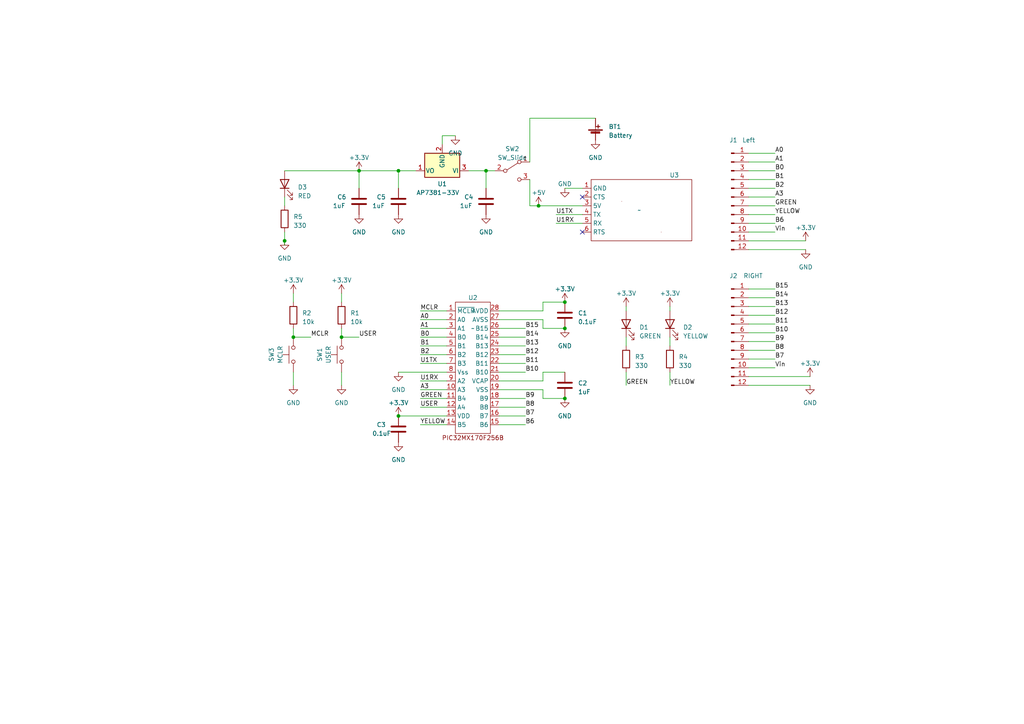
<source format=kicad_sch>
(kicad_sch (version 20230121) (generator eeschema)
  (paper "A4")
  (title_block (title "PIC32 PCB") (date "2023-04-11") (rev "v01") (comment 1 "Author: Julian"))
  (lib_symbols
    (symbol "Connector:Conn_01x12_Pin" (pin_names (offset 1.016) hide)
      (property "Reference" "J" (at 0 15.24 0))
      (property "Value" "Conn_01x12_Pin" (at 0 -17.78 0))
      (symbol "Conn_01x12_Pin_1_1"
        (polyline (pts (xy 1.27 -15.24) (xy 0.8636 -15.24)) (stroke (width 0.1524)))
        (polyline (pts (xy 1.27 -12.7) (xy 0.8636 -12.7)) (stroke (width 0.1524)))
        (polyline (pts (xy 1.27 -10.16) (xy 0.8636 -10.16)) (stroke (width 0.1524)))
        (polyline (pts (xy 1.27 -7.62) (xy 0.8636 -7.62)) (stroke (width 0.1524)))
        (polyline (pts (xy 1.27 -5.08) (xy 0.8636 -5.08)) (stroke (width 0.1524)))
        (polyline (pts (xy 1.27 -2.54) (xy 0.8636 -2.54)) (stroke (width 0.1524)))
        (polyline (pts (xy 1.27 0) (xy 0.8636 0)) (stroke (width 0.1524)))
        (polyline (pts (xy 1.27 2.54) (xy 0.8636 2.54)) (stroke (width 0.1524)))
        (polyline (pts (xy 1.27 5.08) (xy 0.8636 5.08)) (stroke (width 0.1524)))
        (polyline (pts (xy 1.27 7.62) (xy 0.8636 7.62)) (stroke (width 0.1524)))
        (polyline (pts (xy 1.27 10.16) (xy 0.8636 10.16)) (stroke (width 0.1524)))
        (polyline (pts (xy 1.27 12.7) (xy 0.8636 12.7)) (stroke (width 0.1524)))
        (rectangle (start 0.8636 -15.113) (end 0 -15.367) (stroke (width 0.1524)) (fill (type outline)))
        (rectangle (start 0.8636 -12.573) (end 0 -12.827) (stroke (width 0.1524)) (fill (type outline)))
        (rectangle (start 0.8636 -10.033) (end 0 -10.287) (stroke (width 0.1524)) (fill (type outline)))
        (rectangle (start 0.8636 -7.493) (end 0 -7.747) (stroke (width 0.1524)) (fill (type outline)))
        (rectangle (start 0.8636 -4.953) (end 0 -5.207) (stroke (width 0.1524)) (fill (type outline)))
        (rectangle (start 0.8636 -2.413) (end 0 -2.667) (stroke (width 0.1524)) (fill (type outline)))
        (rectangle (start 0.8636 0.127) (end 0 -0.127) (stroke (width 0.1524)) (fill (type outline)))
        (rectangle (start 0.8636 2.667) (end 0 2.413) (stroke (width 0.1524)) (fill (type outline)))
        (rectangle (start 0.8636 5.207) (end 0 4.953) (stroke (width 0.1524)) (fill (type outline)))
        (rectangle (start 0.8636 7.747) (end 0 7.493) (stroke (width 0.1524)) (fill (type outline)))
        (rectangle (start 0.8636 10.287) (end 0 10.033) (stroke (width 0.1524)) (fill (type outline)))
        (rectangle (start 0.8636 12.827) (end 0 12.573) (stroke (width 0.1524)) (fill (type outline)))
        (pin passive line (at 5.08 12.7 180) (length 3.81) (name "Pin_1") (number "1"))
        (pin passive line (at 5.08 -10.16 180) (length 3.81) (name "Pin_10") (number "10"))
        (pin passive line (at 5.08 -12.7 180) (length 3.81) (name "Pin_11") (number "11"))
        (pin passive line (at 5.08 -15.24 180) (length 3.81) (name "Pin_12") (number "12"))
        (pin passive line (at 5.08 10.16 180) (length 3.81) (name "Pin_2") (number "2"))
        (pin passive line (at 5.08 7.62 180) (length 3.81) (name "Pin_3") (number "3"))
        (pin passive line (at 5.08 5.08 180) (length 3.81) (name "Pin_4") (number "4"))
        (pin passive line (at 5.08 2.54 180) (length 3.81) (name "Pin_5") (number "5"))
        (pin passive line (at 5.08 0 180) (length 3.81) (name "Pin_6") (number "6"))
        (pin passive line (at 5.08 -2.54 180) (length 3.81) (name "Pin_7") (number "7"))
        (pin passive line (at 5.08 -5.08 180) (length 3.81) (name "Pin_8") (number "8"))
        (pin passive line (at 5.08 -7.62 180) (length 3.81) (name "Pin_9") (number "9"))
      )
    )
    (symbol "hw4-2:+3.3V" (power) (pin_names (offset 0))
      (property "Value" "+3.3V" (at 0 3.556 0))
      (symbol "+3.3V_0_1"
        (polyline (pts (xy -0.762 1.27) (xy 0 2.54)))
        (polyline (pts (xy 0 0) (xy 0 2.54)))
        (polyline (pts (xy 0 2.54) (xy 0.762 1.27)))
      )
      (symbol "+3.3V_1_1"
        (pin power_in line (at 0 0 90) (length 0) hide (name "+3.3V") (number "1"))
      )
    )
    (symbol "hw4-2:AP7381-33V" (pin_names (offset 0.254))
      (property "Reference" "U" (at -3.81 3.175 0))
      (property "Value" "AP7381-33V" (at 2.54 3.81 0))
      (symbol "AP7381-33V_0_1"
        (rectangle (start -5.08 1.905) (end 5.08 -5.08) (stroke (width 0.254)) (fill (type background)))
      )
      (symbol "AP7381-33V_1_1"
        (pin power_out line (at 7.62 0 180) (length 2.54) (name "VO") (number "1"))
        (pin power_in line (at 0 -7.62 90) (length 2.54) (name "GND") (number "2"))
        (pin power_in line (at -7.62 0 0) (length 2.54) (name "VI") (number "3"))
      )
    )
    (symbol "hw4-2:Battery" (pin_numbers hide) (pin_names (offset 0) hide)
      (property "Reference" "BT" (at 2.54 2.54 0))
      (property "Value" "Battery" (at 2.54 0 0))
      (symbol "Battery_0_1"
        (rectangle (start -2.032 1.778) (end 2.032 1.524) (fill (type outline)))
        (rectangle (start -1.3208 1.1938) (end 1.27 0.6858) (fill (type outline)))
        (polyline (pts (xy 0 1.778) (xy 0 2.54)))
        (polyline (pts (xy 0.254 2.667) (xy 1.27 2.667)) (stroke (width 0.254)))
        (polyline (pts (xy 0.762 3.175) (xy 0.762 2.159)) (stroke (width 0.254)))
      )
      (symbol "Battery_1_1"
        (pin passive line (at 0 5.08 270) (length 2.54) (name "+") (number "1"))
        (pin passive line (at 0 -1.27 90) (length 2.54) (name "-") (number "2"))
      )
    )
    (symbol "hw4-2:C" (pin_numbers hide) (pin_names (offset 0.254))
      (property "Reference" "C" (at 0.635 2.54 0))
      (property "Value" "C" (at 0.635 -2.54 0))
      (symbol "C_0_1"
        (polyline (pts (xy -2.032 -0.762) (xy 2.032 -0.762)) (stroke (width 0.508)))
        (polyline (pts (xy -2.032 0.762) (xy 2.032 0.762)) (stroke (width 0.508)))
      )
      (symbol "C_1_1"
        (pin passive line (at 0 3.81 270) (length 2.794) (name "~") (number "1"))
        (pin passive line (at 0 -3.81 90) (length 2.794) (name "~") (number "2"))
      )
    )
    (symbol "hw4-2:CP2102N"
      (property "Reference" "U3" (at 10.16 10.16 0))
      (property "Value" "~" (at 0 0 0))
      (symbol "CP2102N_0_1"
        (rectangle (start -5.08 2.54) (end -5.08 2.54))
        (rectangle (start 6.35 -6.35) (end 6.35 -6.35))
      )
      (symbol "CP2102N_1_1"
        (rectangle (start -13.97 8.89) (end 15.24 -8.89))
        (rectangle (start -13.97 11.43) (end 15.24 -6.35) (stroke (width -0.0001)))
        (pin power_in line (at -16.51 6.35 0) (length 2.54) (name "GND") (number "1"))
        (pin input line (at -16.51 3.81 0) (length 2.54) (name "CTS") (number "2"))
        (pin power_in line (at -16.51 1.27 0) (length 2.54) (name "5V") (number "3"))
        (pin input line (at -16.51 -1.27 0) (length 2.54) (name "TX") (number "4"))
        (pin output line (at -16.51 -3.81 0) (length 2.54) (name "RX") (number "5"))
        (pin output line (at -16.51 -6.35 0) (length 2.54) (name "RTS") (number "6"))
      )
    )
    (symbol "hw4-2:GND" (power) (pin_names (offset 0))
      (property "Value" "GND" (at 0 -3.81 0))
      (symbol "GND_0_1"
        (polyline (pts (xy 0 0) (xy 0 -1.27) (xy 1.27 -1.27) (xy 0 -2.54) (xy -1.27 -1.27) (xy 0 -1.27)))
      )
      (symbol "GND_1_1"
        (pin power_in line (at 0 0 270) (length 0) hide (name "GND") (number "1"))
      )
    )
    (symbol "hw4-2:LED" (pin_numbers hide) (pin_names (offset 1.016) hide)
      (property "Reference" "D" (at 0 2.54 0))
      (property "Value" "LED" (at 0 -2.54 0))
      (symbol "LED_0_1"
        (polyline (pts (xy -1.27 -1.27) (xy -1.27 1.27)) (stroke (width 0.254)))
        (polyline (pts (xy -1.27 0) (xy 1.27 0)))
        (polyline (pts (xy 1.27 -1.27) (xy 1.27 1.27) (xy -1.27 0) (xy 1.27 -1.27)) (stroke (width 0.254)))
        (polyline (pts (xy -3.048 -0.762) (xy -4.572 -2.286) (xy -3.81 -2.286) (xy -4.572 -2.286) (xy -4.572 -1.524)))
        (polyline (pts (xy -1.778 -0.762) (xy -3.302 -2.286) (xy -2.54 -2.286) (xy -3.302 -2.286) (xy -3.302 -1.524)))
      )
      (symbol "LED_1_1"
        (pin passive line (at -3.81 0 0) (length 2.54) (name "K") (number "1"))
        (pin passive line (at 3.81 0 180) (length 2.54) (name "A") (number "2"))
      )
    )
    (symbol "hw4-2:PIC32MX170F256B"
      (property "Reference" "U" (at 5.08 8.89 0))
      (symbol "PIC32MX170F256B_0_1"
        (rectangle (start -5.08 7.62) (end 5.08 -30.48))
      )
      (symbol "PIC32MX170F256B_1_1"
        (text "PIC32MX170F256B\n" (at 0 -31.75 0) (effects (font (size 1.27 1.27))))
        (pin power_in line (at -7.62 5.08 0) (length 2.54) (name "~{MCLR}") (number "1"))
        (pin bidirectional line (at -7.62 -17.78 0) (length 2.54) (name "A3") (number "10"))
        (pin bidirectional line (at -7.62 -20.32 0) (length 2.54) (name "B4") (number "11"))
        (pin bidirectional line (at -7.62 -22.86 0) (length 2.54) (name "A4") (number "12"))
        (pin power_in line (at -7.62 -25.4 0) (length 2.54) (name "VDD") (number "13"))
        (pin bidirectional line (at -7.62 -27.94 0) (length 2.54) (name "B5") (number "14"))
        (pin bidirectional line (at 7.62 -27.94 180) (length 2.54) (name "B6") (number "15"))
        (pin bidirectional line (at 7.62 -25.4 180) (length 2.54) (name "B7") (number "16"))
        (pin bidirectional line (at 7.62 -22.86 180) (length 2.54) (name "B8") (number "17"))
        (pin bidirectional line (at 7.62 -20.32 180) (length 2.54) (name "B9") (number "18"))
        (pin power_in line (at 7.62 -17.78 180) (length 2.54) (name "VSS") (number "19"))
        (pin bidirectional line (at -7.62 2.54 0) (length 2.54) (name "A0") (number "2"))
        (pin power_in line (at 7.62 -15.24 180) (length 2.54) (name "VCAP") (number "20"))
        (pin bidirectional line (at 7.62 -12.7 180) (length 2.54) (name "B10") (number "21"))
        (pin bidirectional line (at 7.62 -10.16 180) (length 2.54) (name "B11") (number "22"))
        (pin bidirectional line (at 7.62 -7.62 180) (length 2.54) (name "B12") (number "23"))
        (pin bidirectional line (at 7.62 -5.08 180) (length 2.54) (name "B13") (number "24"))
        (pin bidirectional line (at 7.62 -2.54 180) (length 2.54) (name "B14") (number "25"))
        (pin bidirectional line (at 7.62 0 180) (length 2.54) (name "B15") (number "26"))
        (pin power_in line (at 7.62 2.54 180) (length 2.54) (name "AVSS") (number "27"))
        (pin power_in line (at 7.62 5.08 180) (length 2.54) (name "AVDD") (number "28"))
        (pin bidirectional line (at -7.62 0 0) (length 2.54) (name "A1") (number "3"))
        (pin bidirectional line (at -7.62 -2.54 0) (length 2.54) (name "B0") (number "4"))
        (pin bidirectional line (at -7.62 -5.08 0) (length 2.54) (name "B1") (number "5"))
        (pin bidirectional line (at -7.62 -7.62 0) (length 2.54) (name "B2") (number "6"))
        (pin bidirectional line (at -7.62 -10.16 0) (length 2.54) (name "B3") (number "7"))
        (pin power_in line (at -7.62 -12.7 0) (length 2.54) (name "Vss") (number "8"))
        (pin bidirectional line (at -7.62 -15.24 0) (length 2.54) (name "A2") (number "9"))
      )
    )
    (symbol "hw4-2:R" (pin_numbers hide) (pin_names (offset 0))
      (property "Reference" "R" (at 2.032 0 90))
      (property "Value" "R" (at 0 0 90))
      (symbol "R_0_1"
        (rectangle (start -1.016 -2.54) (end 1.016 2.54) (stroke (width 0.254)))
      )
      (symbol "R_1_1"
        (pin passive line (at 0 3.81 270) (length 1.27) (name "~") (number "1"))
        (pin passive line (at 0 -3.81 90) (length 1.27) (name "~") (number "2"))
      )
    )
    (symbol "hw4-2:SW_Push" (pin_numbers hide) (pin_names (offset 1.016) hide)
      (property "Reference" "SW" (at 1.27 2.54 0))
      (property "Value" "SW_Push" (at 0 -1.524 0))
      (symbol "SW_Push_0_1"
        (circle (center -2.032 0) (radius 0.508))
        (polyline (pts (xy 0 1.27) (xy 0 3.048)))
        (polyline (pts (xy 2.54 1.27) (xy -2.54 1.27)))
        (circle (center 2.032 0) (radius 0.508))
        (pin passive line (at -5.08 0 0) (length 2.54) (name "1") (number "1"))
        (pin passive line (at 5.08 0 180) (length 2.54) (name "2") (number "2"))
      )
    )
    (symbol "hw4-2:SW_SPDT" (pin_names (offset 0) hide)
      (property "Reference" "SW" (at 0 4.318 0))
      (property "Value" "SW_SPDT" (at 0 -5.08 0))
      (symbol "SW_SPDT_0_0"
        (circle (center -2.032 0) (radius 0.508))
        (circle (center 2.032 -2.54) (radius 0.508))
      )
      (symbol "SW_SPDT_0_1"
        (polyline (pts (xy -1.524 0.254) (xy 1.651 2.286)))
        (circle (center 2.032 2.54) (radius 0.508))
      )
      (symbol "SW_SPDT_1_1"
        (pin passive line (at 5.08 2.54 180) (length 2.54) (name "A") (number "1"))
        (pin passive line (at -5.08 0 0) (length 2.54) (name "B") (number "2"))
        (pin passive line (at 5.08 -2.54 180) (length 2.54) (name "C") (number "3"))
      )
    )
    (symbol "power:+5V" (power) (pin_names (offset 0))
      (property "Value" "+5V" (at 0 3.556 0))
      (symbol "+5V_0_1"
        (polyline (pts (xy -0.762 1.27) (xy 0 2.54)))
        (polyline (pts (xy 0 0) (xy 0 2.54)))
        (polyline (pts (xy 0 2.54) (xy 0.762 1.27)))
      )
      (symbol "+5V_1_1"
        (pin power_in line (at 0 0 90) (length 0) hide (name "+5V") (number "1"))
      )
    )
  )
  (junction (at 85.09 97.79))
  (junction (at 99.06 97.79))
  (junction (at 115.57 120.65))
  (junction (at 163.83 87.63))
  (junction (at 140.97 49.53))
  (junction (at 163.83 115.57))
  (junction (at 82.55 69.85))
  (junction (at 156.21 59.69))
  (junction (at 104.14 49.53))
  (junction (at 163.83 95.25))
  (junction (at 115.57 49.53))
  (no_connect (at 168.91 67.31))
  (no_connect (at 168.91 57.15))
  (wire (pts (xy 181.61 107.95) (xy 181.61 111.76)))
  (wire (pts (xy 99.06 85.09) (xy 99.06 87.63)))
  (wire (pts (xy 144.78 95.25) (xy 152.4 95.25)))
  (wire (pts (xy 135.89 49.53) (xy 140.97 49.53)))
  (wire (pts (xy 217.17 54.61) (xy 224.79 54.61)))
  (wire (pts (xy 82.55 67.31) (xy 82.55 69.85)))
  (wire (pts (xy 121.92 102.87) (xy 129.54 102.87)))
  (wire (pts (xy 217.17 106.68) (xy 224.79 106.68)))
  (wire (pts (xy 144.78 107.95) (xy 152.4 107.95)))
  (wire (pts (xy 104.14 49.53) (xy 115.57 49.53)))
  (wire (pts (xy 121.92 110.49) (xy 129.54 110.49)))
  (wire (pts (xy 115.57 49.53) (xy 115.57 54.61)))
  (wire (pts (xy 163.83 95.25) (xy 157.48 95.25)))
  (wire (pts (xy 217.17 67.31) (xy 224.79 67.31)))
  (wire (pts (xy 121.92 105.41) (xy 129.54 105.41)))
  (wire (pts (xy 99.06 107.95) (xy 99.06 111.76)))
  (wire (pts (xy 217.17 46.99) (xy 224.79 46.99)))
  (wire (pts (xy 144.78 110.49) (xy 157.48 110.49)))
  (wire (pts (xy 121.92 113.03) (xy 129.54 113.03)))
  (wire (pts (xy 121.92 95.25) (xy 129.54 95.25)))
  (wire (pts (xy 157.48 92.71) (xy 144.78 92.71)))
  (wire (pts (xy 144.78 120.65) (xy 152.4 120.65)))
  (wire (pts (xy 85.09 95.25) (xy 85.09 97.79)))
  (wire (pts (xy 82.55 57.15) (xy 82.55 59.69)))
  (wire (pts (xy 217.17 111.76) (xy 234.95 111.76)))
  (wire (pts (xy 99.06 97.79) (xy 104.14 97.79)))
  (wire (pts (xy 163.83 115.57) (xy 157.48 115.57)))
  (wire (pts (xy 161.29 62.23) (xy 168.91 62.23)))
  (wire (pts (xy 115.57 120.65) (xy 129.54 120.65)))
  (wire (pts (xy 194.31 88.9) (xy 194.31 90.17)))
  (wire (pts (xy 85.09 107.95) (xy 85.09 111.76)))
  (wire (pts (xy 163.83 54.61) (xy 168.91 54.61)))
  (wire (pts (xy 217.17 62.23) (xy 224.79 62.23)))
  (wire (pts (xy 157.48 115.57) (xy 157.48 113.03)))
  (wire (pts (xy 144.78 115.57) (xy 152.4 115.57)))
  (wire (pts (xy 217.17 99.06) (xy 224.79 99.06)))
  (wire (pts (xy 144.78 90.17) (xy 157.48 90.17)))
  (wire (pts (xy 144.78 118.11) (xy 152.4 118.11)))
  (wire (pts (xy 181.61 97.79) (xy 181.61 100.33)))
  (wire (pts (xy 217.17 96.52) (xy 224.79 96.52)))
  (wire (pts (xy 121.92 118.11) (xy 129.54 118.11)))
  (wire (pts (xy 217.17 69.85) (xy 233.68 69.85)))
  (wire (pts (xy 156.21 59.69) (xy 168.91 59.69)))
  (wire (pts (xy 217.17 49.53) (xy 224.79 49.53)))
  (wire (pts (xy 144.78 105.41) (xy 152.4 105.41)))
  (wire (pts (xy 217.17 104.14) (xy 224.79 104.14)))
  (wire (pts (xy 144.78 123.19) (xy 152.4 123.19)))
  (wire (pts (xy 121.92 100.33) (xy 129.54 100.33)))
  (wire (pts (xy 99.06 95.25) (xy 99.06 97.79)))
  (wire (pts (xy 217.17 52.07) (xy 224.79 52.07)))
  (wire (pts (xy 132.08 39.37) (xy 128.27 39.37)))
  (wire (pts (xy 85.09 85.09) (xy 85.09 87.63)))
  (wire (pts (xy 194.31 107.95) (xy 194.31 111.76)))
  (wire (pts (xy 121.92 90.17) (xy 129.54 90.17)))
  (wire (pts (xy 121.92 123.19) (xy 129.54 123.19)))
  (wire (pts (xy 144.78 113.03) (xy 157.48 113.03)))
  (wire (pts (xy 217.17 109.22) (xy 234.95 109.22)))
  (wire (pts (xy 157.48 90.17) (xy 157.48 87.63)))
  (wire (pts (xy 82.55 49.53) (xy 104.14 49.53)))
  (wire (pts (xy 144.78 97.79) (xy 152.4 97.79)))
  (wire (pts (xy 156.21 59.69) (xy 153.67 59.69)))
  (wire (pts (xy 217.17 93.98) (xy 224.79 93.98)))
  (wire (pts (xy 121.92 92.71) (xy 129.54 92.71)))
  (wire (pts (xy 85.09 97.79) (xy 90.17 97.79)))
  (wire (pts (xy 157.48 107.95) (xy 163.83 107.95)))
  (wire (pts (xy 157.48 87.63) (xy 163.83 87.63)))
  (wire (pts (xy 157.48 95.25) (xy 157.48 92.71)))
  (wire (pts (xy 115.57 49.53) (xy 120.65 49.53)))
  (wire (pts (xy 217.17 88.9) (xy 224.79 88.9)))
  (wire (pts (xy 194.31 97.79) (xy 194.31 100.33)))
  (wire (pts (xy 157.48 110.49) (xy 157.48 107.95)))
  (wire (pts (xy 181.61 88.9) (xy 181.61 90.17)))
  (wire (pts (xy 217.17 57.15) (xy 224.79 57.15)))
  (wire (pts (xy 217.17 86.36) (xy 224.79 86.36)))
  (wire (pts (xy 217.17 59.69) (xy 224.79 59.69)))
  (wire (pts (xy 121.92 97.79) (xy 129.54 97.79)))
  (wire (pts (xy 115.57 107.95) (xy 129.54 107.95)))
  (wire (pts (xy 121.92 115.57) (xy 129.54 115.57)))
  (wire (pts (xy 217.17 83.82) (xy 224.79 83.82)))
  (wire (pts (xy 128.27 39.37) (xy 128.27 41.91)))
  (wire (pts (xy 217.17 101.6) (xy 224.79 101.6)))
  (wire (pts (xy 144.78 102.87) (xy 152.4 102.87)))
  (wire (pts (xy 217.17 72.39) (xy 233.68 72.39)))
  (wire (pts (xy 144.78 100.33) (xy 152.4 100.33)))
  (wire (pts (xy 140.97 49.53) (xy 140.97 54.61)))
  (wire (pts (xy 153.67 46.99) (xy 153.67 34.29)))
  (wire (pts (xy 153.67 34.29) (xy 172.72 34.29)))
  (wire (pts (xy 82.55 69.85) (xy 82.55 71.12)))
  (wire (pts (xy 217.17 64.77) (xy 224.79 64.77)))
  (wire (pts (xy 153.67 59.69) (xy 153.67 52.07)))
  (wire (pts (xy 104.14 49.53) (xy 104.14 54.61)))
  (wire (pts (xy 140.97 49.53) (xy 143.51 49.53)))
  (wire (pts (xy 217.17 91.44) (xy 224.79 91.44)))
  (wire (pts (xy 217.17 44.45) (xy 224.79 44.45)))
  (wire (pts (xy 161.29 64.77) (xy 168.91 64.77)))
  (label "A3" (at 121.92 113.03 0))
  (label "B13" (at 224.79 88.9 0))
  (label "B0" (at 121.92 97.79 0))
  (label "U1TX" (at 161.29 62.23 0))
  (label "B10" (at 224.79 96.52 0))
  (label "B6" (at 152.4 123.19 0))
  (label "A0" (at 224.79 44.45 0))
  (label "GREEN" (at 121.92 115.57 0))
  (label "B2" (at 224.79 54.61 0))
  (label "YELLOW" (at 194.31 111.76 0))
  (label "GREEN" (at 224.79 59.69 0))
  (label "MCLR" (at 90.17 97.79 0))
  (label "B14" (at 152.4 97.79 0))
  (label "B10" (at 152.4 107.95 0))
  (label "USER" (at 104.14 97.79 0))
  (label "YELLOW" (at 121.92 123.19 0))
  (label "YELLOW" (at 224.79 62.23 0))
  (label "A0" (at 121.92 92.71 0))
  (label "B13" (at 152.4 100.33 0))
  (label "B12" (at 224.79 91.44 0))
  (label "A1" (at 224.79 46.99 0))
  (label "A3" (at 224.79 57.15 0))
  (label "B6" (at 224.79 64.77 0))
  (label "B9" (at 152.4 115.57 0))
  (label "B7" (at 224.79 104.14 0))
  (label "B12" (at 152.4 102.87 0))
  (label "B2" (at 121.92 102.87 0))
  (label "B8" (at 152.4 118.11 0))
  (label "USER" (at 121.92 118.11 0))
  (label "B1" (at 121.92 100.33 0))
  (label "B11" (at 152.4 105.41 0))
  (label "B14" (at 224.79 86.36 0))
  (label "Vin" (at 224.79 106.68 0))
  (label "B15" (at 224.79 83.82 0))
  (label "A1" (at 121.92 95.25 0))
  (label "B15" (at 152.4 95.25 0))
  (label "U1RX" (at 121.92 110.49 0))
  (label "B1" (at 224.79 52.07 0))
  (label "B8" (at 224.79 101.6 0))
  (label "B0" (at 224.79 49.53 0))
  (label "B11" (at 224.79 93.98 0))
  (label "B9" (at 224.79 99.06 0))
  (label "U1TX" (at 121.92 105.41 0))
  (label "Vin" (at 224.79 67.31 0))
  (label "GREEN" (at 181.61 111.76 0))
  (label "B7" (at 152.4 120.65 0))
  (label "U1RX" (at 161.29 64.77 0))
  (label "MCLR" (at 121.92 90.17 0))
  (symbol (lib_id "hw4-2:Battery") (at 172.72 39.37 0) (unit 1)
    (property "Reference" "BT1" (at 176.53 36.7411 0) (effects (justify left)))
    (property "Value" "Battery" (at 176.53 39.2811 0) (effects (justify left)))
    (property "Footprint" "Connector_PinSocket_2.54mm:PinSocket_1x02_P2.54mm_Vertical" (effects hide))
  )
  (symbol (lib_id "hw4-2:GND") (at 104.14 62.23 0) (unit 1)
    (property "Reference" "#PWR016" (effects hide))
    (property "Value" "GND" (at 104.14 67.31 0))
  )
  (symbol (lib_id "hw4-2:R") (at 82.55 63.5 0) (unit 1)
    (property "Reference" "R5" (at 85.09 62.865 0) (effects (justify left)))
    (property "Value" "330" (at 85.09 65.405 0) (effects (justify left)))
    (property "Footprint" "Resistor_THT:R_Axial_DIN0207_L6.3mm_D2.5mm_P7.62mm_Horizontal" (effects hide))
  )
  (symbol (lib_id "hw4-2:+3.3V") (at 234.95 109.22 0) (unit 1)
    (property "Reference" "#PWR022" (effects hide))
    (property "Value" "+3.3V" (at 234.95 105.41 0))
  )
  (symbol (lib_id "hw4-2:AP7381-33V") (at 128.27 49.53 180) (unit 1)
    (property "Reference" "U1" (at 128.27 53.34 0))
    (property "Value" "AP7381-33V" (at 127 55.88 0))
    (property "Footprint" "Package_TO_SOT_THT:TO-92L_Inline" (effects hide))
  )
  (symbol (lib_id "hw4-2:GND") (at 172.72 40.64 0) (unit 1)
    (property "Reference" "#PWR013" (effects hide))
    (property "Value" "GND" (at 172.72 45.72 0))
  )
  (symbol (lib_id "hw4-2:LED") (at 194.31 93.98 90) (unit 1)
    (property "Reference" "D2" (at 198.12 94.9325 90) (effects (justify right)))
    (property "Value" "YELLOW" (at 198.12 97.4725 90) (effects (justify right)))
    (property "Footprint" "LED_THT:LED_D3.0mm" (effects hide))
  )
  (symbol (lib_id "hw4-2:GND") (at 85.09 111.76 0) (unit 1)
    (property "Reference" "#PWR011" (effects hide))
    (property "Value" "GND" (at 85.09 116.84 0))
  )
  (symbol (lib_id "hw4-2:C") (at 163.83 111.76 0) (unit 1)
    (property "Reference" "C2" (at 167.64 111.125 0) (effects (justify left)))
    (property "Value" "1uF" (at 167.64 113.665 0) (effects (justify left)))
    (property "Footprint" "Capacitor_THT:C_Disc_D3.4mm_W2.1mm_P2.50mm" (effects hide))
  )
  (symbol (lib_id "hw4-2:LED") (at 82.55 53.34 90) (unit 1)
    (property "Reference" "D3" (at 86.36 54.2925 90) (effects (justify right)))
    (property "Value" "RED" (at 86.36 56.8325 90) (effects (justify right)))
    (property "Footprint" "LED_THT:LED_D3.0mm" (effects hide))
  )
  (symbol (lib_id "hw4-2:GND") (at 163.83 54.61 0) (unit 1)
    (property "Reference" "#PWR024" (effects hide))
    (property "Value" "GND" (at 163.83 53.34 0))
  )
  (symbol (lib_id "hw4-2:SW_SPDT") (at 148.59 49.53 0) (unit 1)
    (property "Reference" "SW2" (at 148.59 43.18 0))
    (property "Value" "SW_Slide" (at 148.59 45.72 0))
    (property "Footprint" "PIC32_Board:Slide_ba-usb" (effects hide))
  )
  (symbol (lib_id "hw4-2:GND") (at 140.97 62.23 0) (unit 1)
    (property "Reference" "#PWR014" (effects hide))
    (property "Value" "GND" (at 140.97 67.31 0))
  )
  (symbol (lib_id "hw4-2:GND") (at 163.83 115.57 0) (unit 1)
    (property "Reference" "#PWR05" (effects hide))
    (property "Value" "GND" (at 163.83 120.65 0))
  )
  (symbol (lib_id "hw4-2:+3.3V") (at 194.31 88.9 0) (unit 1)
    (property "Reference" "#PWR07" (effects hide))
    (property "Value" "+3.3V" (at 194.31 85.09 0))
  )
  (symbol (lib_id "hw4-2:SW_Push") (at 85.09 102.87 90) (unit 1)
    (property "Reference" "SW3" (at 78.74 102.87 0))
    (property "Value" "MCLR" (at 81.28 102.87 0))
    (property "Footprint" "PIC32_Board:PinSocket_1x03_P2.54mm_Vertical" (effects hide))
  )
  (symbol (lib_id "hw4-2:CP2102N") (at 185.42 60.96 0) (unit 1)
    (property "Reference" "U3" (at 195.58 50.8 0))
    (property "Value" "~" (at 185.42 60.96 0))
    (property "Footprint" "Connector_PinSocket_2.54mm:PinSocket_1x06_P2.54mm_Vertical" (effects hide))
  )
  (symbol (lib_id "hw4-2:GND") (at 115.57 62.23 0) (unit 1)
    (property "Reference" "#PWR015" (effects hide))
    (property "Value" "GND" (at 115.57 67.31 0))
  )
  (symbol (lib_id "hw4-2:C") (at 115.57 58.42 0) (unit 1)
    (property "Reference" "C5" (at 109.22 57.15 0) (effects (justify left)))
    (property "Value" "1uF" (at 107.95 59.69 0) (effects (justify left)))
    (property "Footprint" "Capacitor_THT:C_Disc_D5.1mm_W3.2mm_P5.00mm" (effects hide))
  )
  (symbol (lib_id "hw4-2:GND") (at 163.83 95.25 0) (unit 1)
    (property "Reference" "#PWR03" (effects hide))
    (property "Value" "GND" (at 163.83 100.33 0))
  )
  (symbol (lib_id "hw4-2:+3.3V") (at 85.09 85.09 0) (unit 1)
    (property "Reference" "#PWR09" (effects hide))
    (property "Value" "+3.3V" (at 85.09 81.28 0))
  )
  (symbol (lib_id "hw4-2:C") (at 140.97 58.42 0) (unit 1)
    (property "Reference" "C4" (at 134.62 57.15 0) (effects (justify left)))
    (property "Value" "1uF" (at 133.35 59.69 0) (effects (justify left)))
    (property "Footprint" "Capacitor_THT:C_Disc_D5.1mm_W3.2mm_P5.00mm" (effects hide))
  )
  (symbol (lib_id "hw4-2:C") (at 115.57 124.46 0) (unit 1)
    (property "Reference" "C3" (at 109.22 123.19 0) (effects (justify left)))
    (property "Value" "0.1uF" (at 107.95 125.73 0) (effects (justify left)))
    (property "Footprint" "Capacitor_THT:C_Disc_D3.4mm_W2.1mm_P2.50mm" (effects hide))
  )
  (symbol (lib_id "hw4-2:+3.3V") (at 115.57 120.65 0) (unit 1)
    (property "Reference" "#PWR02" (effects hide))
    (property "Value" "+3.3V" (at 115.57 116.84 0))
  )
  (symbol (lib_id "hw4-2:R") (at 99.06 91.44 0) (unit 1)
    (property "Reference" "R1" (at 101.6 90.805 0) (effects (justify left)))
    (property "Value" "10k" (at 101.6 93.345 0) (effects (justify left)))
    (property "Footprint" "Resistor_THT:R_Axial_DIN0207_L6.3mm_D2.5mm_P7.62mm_Horizontal" (effects hide))
  )
  (symbol (lib_id "hw4-2:GND") (at 115.57 107.95 0) (unit 1)
    (property "Reference" "#PWR04" (effects hide))
    (property "Value" "GND" (at 115.57 113.03 0))
  )
  (symbol (lib_id "hw4-2:+3.3V") (at 99.06 85.09 0) (unit 1)
    (property "Reference" "#PWR010" (effects hide))
    (property "Value" "+3.3V" (at 99.06 81.28 0))
  )
  (symbol (lib_id "hw4-2:R") (at 194.31 104.14 0) (unit 1)
    (property "Reference" "R4" (at 196.85 103.505 0) (effects (justify left)))
    (property "Value" "330" (at 196.85 106.045 0) (effects (justify left)))
    (property "Footprint" "Resistor_THT:R_Axial_DIN0207_L6.3mm_D2.5mm_P7.62mm_Horizontal" (effects hide))
  )
  (symbol (lib_id "hw4-2:C") (at 104.14 58.42 0) (unit 1)
    (property "Reference" "C6" (at 97.79 57.15 0) (effects (justify left)))
    (property "Value" "1uF" (at 96.52 59.69 0) (effects (justify left)))
    (property "Footprint" "Capacitor_THT:C_Disc_D5.1mm_W3.2mm_P5.00mm" (effects hide))
  )
  (symbol (lib_id "hw4-2:R") (at 85.09 91.44 0) (unit 1)
    (property "Reference" "R2" (at 87.63 90.805 0) (effects (justify left)))
    (property "Value" "10k" (at 87.63 93.345 0) (effects (justify left)))
    (property "Footprint" "Resistor_THT:R_Axial_DIN0207_L6.3mm_D2.5mm_P7.62mm_Horizontal" (effects hide))
  )
  (symbol (lib_id "power:+5V") (at 156.21 59.69 0) (unit 1)
    (property "Reference" "#PWR020" (effects hide))
    (property "Value" "+5V" (at 156.21 55.88 0))
  )
  (symbol (lib_id "hw4-2:GND") (at 233.68 72.39 0) (unit 1)
    (property "Reference" "#PWR019" (effects hide))
    (property "Value" "GND" (at 233.68 77.47 0))
  )
  (symbol (lib_id "hw4-2:+3.3V") (at 104.14 49.53 0) (unit 1)
    (property "Reference" "#PWR017" (effects hide))
    (property "Value" "+3.3V" (at 104.14 45.72 0))
  )
  (symbol (lib_id "hw4-2:+3.3V") (at 233.68 69.85 0) (unit 1)
    (property "Reference" "#PWR023" (effects hide))
    (property "Value" "+3.3V" (at 233.68 66.04 0))
  )
  (symbol (lib_id "hw4-2:GND") (at 82.55 69.85 0) (unit 1)
    (property "Reference" "#PWR018" (effects hide))
    (property "Value" "GND" (at 82.55 74.93 0))
  )
  (symbol (lib_id "hw4-2:+3.3V") (at 181.61 88.9 0) (unit 1)
    (property "Reference" "#PWR06" (effects hide))
    (property "Value" "+3.3V" (at 181.61 85.09 0))
  )
  (symbol (lib_id "hw4-2:R") (at 181.61 104.14 0) (unit 1)
    (property "Reference" "R3" (at 184.15 103.505 0) (effects (justify left)))
    (property "Value" "330" (at 184.15 106.045 0) (effects (justify left)))
    (property "Footprint" "Resistor_THT:R_Axial_DIN0207_L6.3mm_D2.5mm_P7.62mm_Horizontal" (effects hide))
  )
  (symbol (lib_id "Connector:Conn_01x12_Pin") (at 212.09 96.52 0) (unit 1)
    (property "Reference" "J2" (at 212.725 80.01 0))
    (property "Value" "RIGHT" (at 218.44 80.01 0))
    (property "Footprint" "Connector_PinSocket_2.54mm:PinSocket_1x12_P2.54mm_Vertical" (effects hide))
  )
  (symbol (lib_id "hw4-2:PIC32MX170F256B") (at 137.16 95.25 0) (unit 1)
    (property "Reference" "U2" (at 137.16 86.36 0))
    (property "Value" "~" (at 137.16 95.25 0))
    (property "Footprint" "Package_DIP:DIP-28_W7.62mm_Socket" (effects hide))
  )
  (symbol (lib_id "hw4-2:LED") (at 181.61 93.98 90) (unit 1)
    (property "Reference" "D1" (at 185.42 94.9325 90) (effects (justify right)))
    (property "Value" "GREEN" (at 185.42 97.4725 90) (effects (justify right)))
    (property "Footprint" "LED_THT:LED_D3.0mm" (effects hide))
  )
  (symbol (lib_id "hw4-2:GND") (at 132.08 39.37 0) (unit 1)
    (property "Reference" "#PWR025" (effects hide))
    (property "Value" "GND" (at 132.08 44.45 0))
  )
  (symbol (lib_id "hw4-2:GND") (at 234.95 111.76 0) (unit 1)
    (property "Reference" "#PWR021" (effects hide))
    (property "Value" "GND" (at 234.95 116.84 0))
  )
  (symbol (lib_id "hw4-2:C") (at 163.83 91.44 0) (unit 1)
    (property "Reference" "C1" (at 167.64 90.805 0) (effects (justify left)))
    (property "Value" "0.1uF" (at 167.64 93.345 0) (effects (justify left)))
    (property "Footprint" "Capacitor_THT:C_Disc_D3.4mm_W2.1mm_P2.50mm" (effects hide))
  )
  (symbol (lib_id "hw4-2:GND") (at 99.06 111.76 0) (unit 1)
    (property "Reference" "#PWR012" (effects hide))
    (property "Value" "GND" (at 99.06 116.84 0))
  )
  (symbol (lib_id "hw4-2:GND") (at 115.57 128.27 0) (unit 1)
    (property "Reference" "#PWR08" (effects hide))
    (property "Value" "GND" (at 115.57 133.35 0))
  )
  (symbol (lib_id "Connector:Conn_01x12_Pin") (at 212.09 57.15 0) (unit 1)
    (property "Reference" "J1" (at 212.725 40.64 0))
    (property "Value" "Left" (at 217.17 40.64 0))
    (property "Footprint" "Connector_PinSocket_2.54mm:PinSocket_1x12_P2.54mm_Vertical" (effects hide))
  )
  (symbol (lib_id "hw4-2:SW_Push") (at 99.06 102.87 90) (unit 1)
    (property "Reference" "SW1" (at 92.71 102.87 0))
    (property "Value" "USER" (at 95.25 102.87 0))
    (property "Footprint" "PIC32_Board:PinSocket_1x03_P2.54mm_Vertical" (effects hide))
  )
  (symbol (lib_id "hw4-2:+3.3V") (at 163.83 87.63 0) (unit 1)
    (property "Reference" "#PWR01" (effects hide))
    (property "Value" "+3.3V" (at 163.83 83.82 0))
  )
)
</source>
